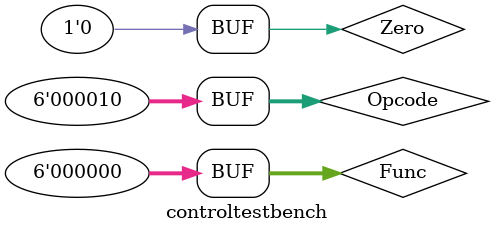
<source format=v>

`timescale 1ps/1ps

module controltestbench;

		//Inputs
		reg [5:0] Opcode; 
                reg [5:0] Func; 
                reg Zero;
	        

		//Outputs for testbench
		
                wire PCSrc;
		wire[3:0] ALUctrl;
		wire[6:0] tempp;

	

	//Instantiation of Unit Under Test
	ctrlmain uut (
		.Opcode(Opcode),
		.Func(Func),
		.Zero(Zero),
		
		//Outputs for testbench
		.PCSrc(PCSrc),
		.tempp(tempp),
		.ALUctrl(ALUctrl)
		);

initial
begin

#200; //ADD
Opcode=0;
Func=16;
Zero=0;

#200; //SUB
Opcode=0;
Func=18;
Zero=0;

#200; //AND
Opcode=0;
Func=20;
Zero=0;

#200; //OR
Opcode=0;
Func=21;
Zero=0;

#200; //SLT
Opcode=0;
Func=42;
Zero=0;

#200; //LW
Opcode=35;
Func=0;
Zero=0;

#200; //SW
Opcode=43;
Func=0;
Zero=0;

#200; //BEQ
Opcode=4;
Func=0;
Zero=1;

#200; //ADDI
Opcode=8;
Func=0;
Zero=0;

#200; //JUMP
Opcode=2;
Func=0;
Zero=0;



end

endmodule


</source>
